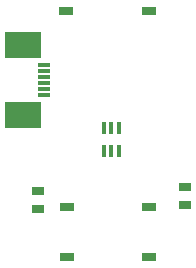
<source format=gbp>
G04*
G04 #@! TF.GenerationSoftware,Altium Limited,Altium Designer,20.1.11 (218)*
G04*
G04 Layer_Color=128*
%FSLAX25Y25*%
%MOIN*%
G70*
G04*
G04 #@! TF.SameCoordinates,01B7F1E6-864A-458B-A1BD-962147C64F84*
G04*
G04*
G04 #@! TF.FilePolarity,Positive*
G04*
G01*
G75*
%ADD15R,0.03937X0.03150*%
%ADD67R,0.04724X0.03150*%
%ADD68R,0.01575X0.03937*%
%ADD69R,0.12205X0.09055*%
%ADD70R,0.04331X0.01181*%
D15*
X66870Y23958D02*
D03*
Y29864D02*
D03*
X17630Y28492D02*
D03*
Y22587D02*
D03*
D67*
X27306Y6500D02*
D03*
X54865D02*
D03*
X27135Y88345D02*
D03*
X54694D02*
D03*
X54865Y23200D02*
D03*
X27306D02*
D03*
D68*
X44771Y41952D02*
D03*
X42212D02*
D03*
X39653D02*
D03*
Y49433D02*
D03*
X42212D02*
D03*
X44771D02*
D03*
D69*
X12752Y53780D02*
D03*
X12750Y77200D02*
D03*
D70*
X19850Y70437D02*
D03*
Y68468D02*
D03*
Y66500D02*
D03*
Y64531D02*
D03*
Y62563D02*
D03*
Y60594D02*
D03*
M02*

</source>
